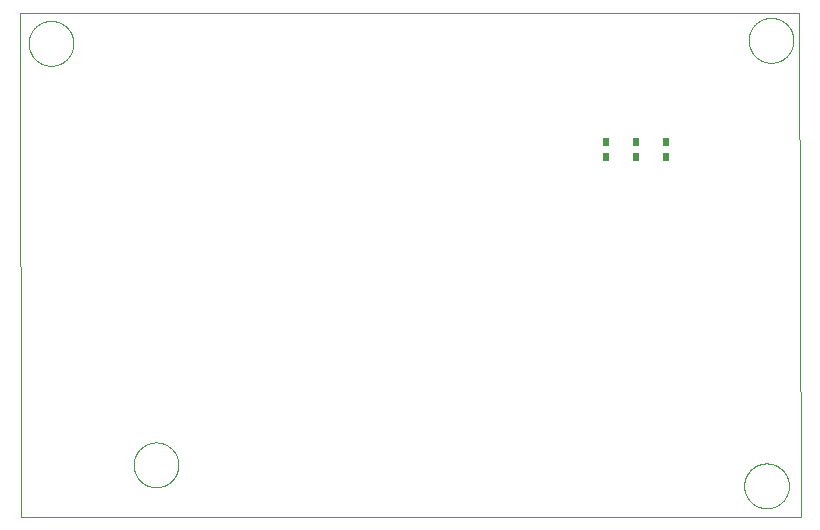
<source format=gtp>
G75*
%MOIN*%
%OFA0B0*%
%FSLAX25Y25*%
%IPPOS*%
%LPD*%
%AMOC8*
5,1,8,0,0,1.08239X$1,22.5*
%
%ADD10C,0.00000*%
%ADD11R,0.01969X0.02756*%
D10*
X0006300Y0005560D02*
X0005800Y0173761D01*
X0265721Y0173761D01*
X0266221Y0005560D01*
X0006300Y0005560D01*
X0043825Y0023060D02*
X0043827Y0023243D01*
X0043834Y0023427D01*
X0043845Y0023610D01*
X0043861Y0023793D01*
X0043881Y0023975D01*
X0043906Y0024157D01*
X0043935Y0024338D01*
X0043969Y0024518D01*
X0044007Y0024698D01*
X0044049Y0024876D01*
X0044096Y0025054D01*
X0044147Y0025230D01*
X0044202Y0025405D01*
X0044262Y0025578D01*
X0044326Y0025750D01*
X0044394Y0025921D01*
X0044466Y0026089D01*
X0044543Y0026256D01*
X0044623Y0026421D01*
X0044708Y0026584D01*
X0044796Y0026744D01*
X0044888Y0026903D01*
X0044985Y0027059D01*
X0045085Y0027213D01*
X0045189Y0027364D01*
X0045296Y0027513D01*
X0045407Y0027659D01*
X0045522Y0027802D01*
X0045640Y0027942D01*
X0045761Y0028080D01*
X0045886Y0028214D01*
X0046014Y0028346D01*
X0046146Y0028474D01*
X0046280Y0028599D01*
X0046418Y0028720D01*
X0046558Y0028838D01*
X0046701Y0028953D01*
X0046847Y0029064D01*
X0046996Y0029171D01*
X0047147Y0029275D01*
X0047301Y0029375D01*
X0047457Y0029472D01*
X0047616Y0029564D01*
X0047776Y0029652D01*
X0047939Y0029737D01*
X0048104Y0029817D01*
X0048271Y0029894D01*
X0048439Y0029966D01*
X0048610Y0030034D01*
X0048782Y0030098D01*
X0048955Y0030158D01*
X0049130Y0030213D01*
X0049306Y0030264D01*
X0049484Y0030311D01*
X0049662Y0030353D01*
X0049842Y0030391D01*
X0050022Y0030425D01*
X0050203Y0030454D01*
X0050385Y0030479D01*
X0050567Y0030499D01*
X0050750Y0030515D01*
X0050933Y0030526D01*
X0051117Y0030533D01*
X0051300Y0030535D01*
X0051483Y0030533D01*
X0051667Y0030526D01*
X0051850Y0030515D01*
X0052033Y0030499D01*
X0052215Y0030479D01*
X0052397Y0030454D01*
X0052578Y0030425D01*
X0052758Y0030391D01*
X0052938Y0030353D01*
X0053116Y0030311D01*
X0053294Y0030264D01*
X0053470Y0030213D01*
X0053645Y0030158D01*
X0053818Y0030098D01*
X0053990Y0030034D01*
X0054161Y0029966D01*
X0054329Y0029894D01*
X0054496Y0029817D01*
X0054661Y0029737D01*
X0054824Y0029652D01*
X0054984Y0029564D01*
X0055143Y0029472D01*
X0055299Y0029375D01*
X0055453Y0029275D01*
X0055604Y0029171D01*
X0055753Y0029064D01*
X0055899Y0028953D01*
X0056042Y0028838D01*
X0056182Y0028720D01*
X0056320Y0028599D01*
X0056454Y0028474D01*
X0056586Y0028346D01*
X0056714Y0028214D01*
X0056839Y0028080D01*
X0056960Y0027942D01*
X0057078Y0027802D01*
X0057193Y0027659D01*
X0057304Y0027513D01*
X0057411Y0027364D01*
X0057515Y0027213D01*
X0057615Y0027059D01*
X0057712Y0026903D01*
X0057804Y0026744D01*
X0057892Y0026584D01*
X0057977Y0026421D01*
X0058057Y0026256D01*
X0058134Y0026089D01*
X0058206Y0025921D01*
X0058274Y0025750D01*
X0058338Y0025578D01*
X0058398Y0025405D01*
X0058453Y0025230D01*
X0058504Y0025054D01*
X0058551Y0024876D01*
X0058593Y0024698D01*
X0058631Y0024518D01*
X0058665Y0024338D01*
X0058694Y0024157D01*
X0058719Y0023975D01*
X0058739Y0023793D01*
X0058755Y0023610D01*
X0058766Y0023427D01*
X0058773Y0023243D01*
X0058775Y0023060D01*
X0058773Y0022877D01*
X0058766Y0022693D01*
X0058755Y0022510D01*
X0058739Y0022327D01*
X0058719Y0022145D01*
X0058694Y0021963D01*
X0058665Y0021782D01*
X0058631Y0021602D01*
X0058593Y0021422D01*
X0058551Y0021244D01*
X0058504Y0021066D01*
X0058453Y0020890D01*
X0058398Y0020715D01*
X0058338Y0020542D01*
X0058274Y0020370D01*
X0058206Y0020199D01*
X0058134Y0020031D01*
X0058057Y0019864D01*
X0057977Y0019699D01*
X0057892Y0019536D01*
X0057804Y0019376D01*
X0057712Y0019217D01*
X0057615Y0019061D01*
X0057515Y0018907D01*
X0057411Y0018756D01*
X0057304Y0018607D01*
X0057193Y0018461D01*
X0057078Y0018318D01*
X0056960Y0018178D01*
X0056839Y0018040D01*
X0056714Y0017906D01*
X0056586Y0017774D01*
X0056454Y0017646D01*
X0056320Y0017521D01*
X0056182Y0017400D01*
X0056042Y0017282D01*
X0055899Y0017167D01*
X0055753Y0017056D01*
X0055604Y0016949D01*
X0055453Y0016845D01*
X0055299Y0016745D01*
X0055143Y0016648D01*
X0054984Y0016556D01*
X0054824Y0016468D01*
X0054661Y0016383D01*
X0054496Y0016303D01*
X0054329Y0016226D01*
X0054161Y0016154D01*
X0053990Y0016086D01*
X0053818Y0016022D01*
X0053645Y0015962D01*
X0053470Y0015907D01*
X0053294Y0015856D01*
X0053116Y0015809D01*
X0052938Y0015767D01*
X0052758Y0015729D01*
X0052578Y0015695D01*
X0052397Y0015666D01*
X0052215Y0015641D01*
X0052033Y0015621D01*
X0051850Y0015605D01*
X0051667Y0015594D01*
X0051483Y0015587D01*
X0051300Y0015585D01*
X0051117Y0015587D01*
X0050933Y0015594D01*
X0050750Y0015605D01*
X0050567Y0015621D01*
X0050385Y0015641D01*
X0050203Y0015666D01*
X0050022Y0015695D01*
X0049842Y0015729D01*
X0049662Y0015767D01*
X0049484Y0015809D01*
X0049306Y0015856D01*
X0049130Y0015907D01*
X0048955Y0015962D01*
X0048782Y0016022D01*
X0048610Y0016086D01*
X0048439Y0016154D01*
X0048271Y0016226D01*
X0048104Y0016303D01*
X0047939Y0016383D01*
X0047776Y0016468D01*
X0047616Y0016556D01*
X0047457Y0016648D01*
X0047301Y0016745D01*
X0047147Y0016845D01*
X0046996Y0016949D01*
X0046847Y0017056D01*
X0046701Y0017167D01*
X0046558Y0017282D01*
X0046418Y0017400D01*
X0046280Y0017521D01*
X0046146Y0017646D01*
X0046014Y0017774D01*
X0045886Y0017906D01*
X0045761Y0018040D01*
X0045640Y0018178D01*
X0045522Y0018318D01*
X0045407Y0018461D01*
X0045296Y0018607D01*
X0045189Y0018756D01*
X0045085Y0018907D01*
X0044985Y0019061D01*
X0044888Y0019217D01*
X0044796Y0019376D01*
X0044708Y0019536D01*
X0044623Y0019699D01*
X0044543Y0019864D01*
X0044466Y0020031D01*
X0044394Y0020199D01*
X0044326Y0020370D01*
X0044262Y0020542D01*
X0044202Y0020715D01*
X0044147Y0020890D01*
X0044096Y0021066D01*
X0044049Y0021244D01*
X0044007Y0021422D01*
X0043969Y0021602D01*
X0043935Y0021782D01*
X0043906Y0021963D01*
X0043881Y0022145D01*
X0043861Y0022327D01*
X0043845Y0022510D01*
X0043834Y0022693D01*
X0043827Y0022877D01*
X0043825Y0023060D01*
X0247325Y0016060D02*
X0247327Y0016243D01*
X0247334Y0016427D01*
X0247345Y0016610D01*
X0247361Y0016793D01*
X0247381Y0016975D01*
X0247406Y0017157D01*
X0247435Y0017338D01*
X0247469Y0017518D01*
X0247507Y0017698D01*
X0247549Y0017876D01*
X0247596Y0018054D01*
X0247647Y0018230D01*
X0247702Y0018405D01*
X0247762Y0018578D01*
X0247826Y0018750D01*
X0247894Y0018921D01*
X0247966Y0019089D01*
X0248043Y0019256D01*
X0248123Y0019421D01*
X0248208Y0019584D01*
X0248296Y0019744D01*
X0248388Y0019903D01*
X0248485Y0020059D01*
X0248585Y0020213D01*
X0248689Y0020364D01*
X0248796Y0020513D01*
X0248907Y0020659D01*
X0249022Y0020802D01*
X0249140Y0020942D01*
X0249261Y0021080D01*
X0249386Y0021214D01*
X0249514Y0021346D01*
X0249646Y0021474D01*
X0249780Y0021599D01*
X0249918Y0021720D01*
X0250058Y0021838D01*
X0250201Y0021953D01*
X0250347Y0022064D01*
X0250496Y0022171D01*
X0250647Y0022275D01*
X0250801Y0022375D01*
X0250957Y0022472D01*
X0251116Y0022564D01*
X0251276Y0022652D01*
X0251439Y0022737D01*
X0251604Y0022817D01*
X0251771Y0022894D01*
X0251939Y0022966D01*
X0252110Y0023034D01*
X0252282Y0023098D01*
X0252455Y0023158D01*
X0252630Y0023213D01*
X0252806Y0023264D01*
X0252984Y0023311D01*
X0253162Y0023353D01*
X0253342Y0023391D01*
X0253522Y0023425D01*
X0253703Y0023454D01*
X0253885Y0023479D01*
X0254067Y0023499D01*
X0254250Y0023515D01*
X0254433Y0023526D01*
X0254617Y0023533D01*
X0254800Y0023535D01*
X0254983Y0023533D01*
X0255167Y0023526D01*
X0255350Y0023515D01*
X0255533Y0023499D01*
X0255715Y0023479D01*
X0255897Y0023454D01*
X0256078Y0023425D01*
X0256258Y0023391D01*
X0256438Y0023353D01*
X0256616Y0023311D01*
X0256794Y0023264D01*
X0256970Y0023213D01*
X0257145Y0023158D01*
X0257318Y0023098D01*
X0257490Y0023034D01*
X0257661Y0022966D01*
X0257829Y0022894D01*
X0257996Y0022817D01*
X0258161Y0022737D01*
X0258324Y0022652D01*
X0258484Y0022564D01*
X0258643Y0022472D01*
X0258799Y0022375D01*
X0258953Y0022275D01*
X0259104Y0022171D01*
X0259253Y0022064D01*
X0259399Y0021953D01*
X0259542Y0021838D01*
X0259682Y0021720D01*
X0259820Y0021599D01*
X0259954Y0021474D01*
X0260086Y0021346D01*
X0260214Y0021214D01*
X0260339Y0021080D01*
X0260460Y0020942D01*
X0260578Y0020802D01*
X0260693Y0020659D01*
X0260804Y0020513D01*
X0260911Y0020364D01*
X0261015Y0020213D01*
X0261115Y0020059D01*
X0261212Y0019903D01*
X0261304Y0019744D01*
X0261392Y0019584D01*
X0261477Y0019421D01*
X0261557Y0019256D01*
X0261634Y0019089D01*
X0261706Y0018921D01*
X0261774Y0018750D01*
X0261838Y0018578D01*
X0261898Y0018405D01*
X0261953Y0018230D01*
X0262004Y0018054D01*
X0262051Y0017876D01*
X0262093Y0017698D01*
X0262131Y0017518D01*
X0262165Y0017338D01*
X0262194Y0017157D01*
X0262219Y0016975D01*
X0262239Y0016793D01*
X0262255Y0016610D01*
X0262266Y0016427D01*
X0262273Y0016243D01*
X0262275Y0016060D01*
X0262273Y0015877D01*
X0262266Y0015693D01*
X0262255Y0015510D01*
X0262239Y0015327D01*
X0262219Y0015145D01*
X0262194Y0014963D01*
X0262165Y0014782D01*
X0262131Y0014602D01*
X0262093Y0014422D01*
X0262051Y0014244D01*
X0262004Y0014066D01*
X0261953Y0013890D01*
X0261898Y0013715D01*
X0261838Y0013542D01*
X0261774Y0013370D01*
X0261706Y0013199D01*
X0261634Y0013031D01*
X0261557Y0012864D01*
X0261477Y0012699D01*
X0261392Y0012536D01*
X0261304Y0012376D01*
X0261212Y0012217D01*
X0261115Y0012061D01*
X0261015Y0011907D01*
X0260911Y0011756D01*
X0260804Y0011607D01*
X0260693Y0011461D01*
X0260578Y0011318D01*
X0260460Y0011178D01*
X0260339Y0011040D01*
X0260214Y0010906D01*
X0260086Y0010774D01*
X0259954Y0010646D01*
X0259820Y0010521D01*
X0259682Y0010400D01*
X0259542Y0010282D01*
X0259399Y0010167D01*
X0259253Y0010056D01*
X0259104Y0009949D01*
X0258953Y0009845D01*
X0258799Y0009745D01*
X0258643Y0009648D01*
X0258484Y0009556D01*
X0258324Y0009468D01*
X0258161Y0009383D01*
X0257996Y0009303D01*
X0257829Y0009226D01*
X0257661Y0009154D01*
X0257490Y0009086D01*
X0257318Y0009022D01*
X0257145Y0008962D01*
X0256970Y0008907D01*
X0256794Y0008856D01*
X0256616Y0008809D01*
X0256438Y0008767D01*
X0256258Y0008729D01*
X0256078Y0008695D01*
X0255897Y0008666D01*
X0255715Y0008641D01*
X0255533Y0008621D01*
X0255350Y0008605D01*
X0255167Y0008594D01*
X0254983Y0008587D01*
X0254800Y0008585D01*
X0254617Y0008587D01*
X0254433Y0008594D01*
X0254250Y0008605D01*
X0254067Y0008621D01*
X0253885Y0008641D01*
X0253703Y0008666D01*
X0253522Y0008695D01*
X0253342Y0008729D01*
X0253162Y0008767D01*
X0252984Y0008809D01*
X0252806Y0008856D01*
X0252630Y0008907D01*
X0252455Y0008962D01*
X0252282Y0009022D01*
X0252110Y0009086D01*
X0251939Y0009154D01*
X0251771Y0009226D01*
X0251604Y0009303D01*
X0251439Y0009383D01*
X0251276Y0009468D01*
X0251116Y0009556D01*
X0250957Y0009648D01*
X0250801Y0009745D01*
X0250647Y0009845D01*
X0250496Y0009949D01*
X0250347Y0010056D01*
X0250201Y0010167D01*
X0250058Y0010282D01*
X0249918Y0010400D01*
X0249780Y0010521D01*
X0249646Y0010646D01*
X0249514Y0010774D01*
X0249386Y0010906D01*
X0249261Y0011040D01*
X0249140Y0011178D01*
X0249022Y0011318D01*
X0248907Y0011461D01*
X0248796Y0011607D01*
X0248689Y0011756D01*
X0248585Y0011907D01*
X0248485Y0012061D01*
X0248388Y0012217D01*
X0248296Y0012376D01*
X0248208Y0012536D01*
X0248123Y0012699D01*
X0248043Y0012864D01*
X0247966Y0013031D01*
X0247894Y0013199D01*
X0247826Y0013370D01*
X0247762Y0013542D01*
X0247702Y0013715D01*
X0247647Y0013890D01*
X0247596Y0014066D01*
X0247549Y0014244D01*
X0247507Y0014422D01*
X0247469Y0014602D01*
X0247435Y0014782D01*
X0247406Y0014963D01*
X0247381Y0015145D01*
X0247361Y0015327D01*
X0247345Y0015510D01*
X0247334Y0015693D01*
X0247327Y0015877D01*
X0247325Y0016060D01*
X0248825Y0164560D02*
X0248827Y0164743D01*
X0248834Y0164927D01*
X0248845Y0165110D01*
X0248861Y0165293D01*
X0248881Y0165475D01*
X0248906Y0165657D01*
X0248935Y0165838D01*
X0248969Y0166018D01*
X0249007Y0166198D01*
X0249049Y0166376D01*
X0249096Y0166554D01*
X0249147Y0166730D01*
X0249202Y0166905D01*
X0249262Y0167078D01*
X0249326Y0167250D01*
X0249394Y0167421D01*
X0249466Y0167589D01*
X0249543Y0167756D01*
X0249623Y0167921D01*
X0249708Y0168084D01*
X0249796Y0168244D01*
X0249888Y0168403D01*
X0249985Y0168559D01*
X0250085Y0168713D01*
X0250189Y0168864D01*
X0250296Y0169013D01*
X0250407Y0169159D01*
X0250522Y0169302D01*
X0250640Y0169442D01*
X0250761Y0169580D01*
X0250886Y0169714D01*
X0251014Y0169846D01*
X0251146Y0169974D01*
X0251280Y0170099D01*
X0251418Y0170220D01*
X0251558Y0170338D01*
X0251701Y0170453D01*
X0251847Y0170564D01*
X0251996Y0170671D01*
X0252147Y0170775D01*
X0252301Y0170875D01*
X0252457Y0170972D01*
X0252616Y0171064D01*
X0252776Y0171152D01*
X0252939Y0171237D01*
X0253104Y0171317D01*
X0253271Y0171394D01*
X0253439Y0171466D01*
X0253610Y0171534D01*
X0253782Y0171598D01*
X0253955Y0171658D01*
X0254130Y0171713D01*
X0254306Y0171764D01*
X0254484Y0171811D01*
X0254662Y0171853D01*
X0254842Y0171891D01*
X0255022Y0171925D01*
X0255203Y0171954D01*
X0255385Y0171979D01*
X0255567Y0171999D01*
X0255750Y0172015D01*
X0255933Y0172026D01*
X0256117Y0172033D01*
X0256300Y0172035D01*
X0256483Y0172033D01*
X0256667Y0172026D01*
X0256850Y0172015D01*
X0257033Y0171999D01*
X0257215Y0171979D01*
X0257397Y0171954D01*
X0257578Y0171925D01*
X0257758Y0171891D01*
X0257938Y0171853D01*
X0258116Y0171811D01*
X0258294Y0171764D01*
X0258470Y0171713D01*
X0258645Y0171658D01*
X0258818Y0171598D01*
X0258990Y0171534D01*
X0259161Y0171466D01*
X0259329Y0171394D01*
X0259496Y0171317D01*
X0259661Y0171237D01*
X0259824Y0171152D01*
X0259984Y0171064D01*
X0260143Y0170972D01*
X0260299Y0170875D01*
X0260453Y0170775D01*
X0260604Y0170671D01*
X0260753Y0170564D01*
X0260899Y0170453D01*
X0261042Y0170338D01*
X0261182Y0170220D01*
X0261320Y0170099D01*
X0261454Y0169974D01*
X0261586Y0169846D01*
X0261714Y0169714D01*
X0261839Y0169580D01*
X0261960Y0169442D01*
X0262078Y0169302D01*
X0262193Y0169159D01*
X0262304Y0169013D01*
X0262411Y0168864D01*
X0262515Y0168713D01*
X0262615Y0168559D01*
X0262712Y0168403D01*
X0262804Y0168244D01*
X0262892Y0168084D01*
X0262977Y0167921D01*
X0263057Y0167756D01*
X0263134Y0167589D01*
X0263206Y0167421D01*
X0263274Y0167250D01*
X0263338Y0167078D01*
X0263398Y0166905D01*
X0263453Y0166730D01*
X0263504Y0166554D01*
X0263551Y0166376D01*
X0263593Y0166198D01*
X0263631Y0166018D01*
X0263665Y0165838D01*
X0263694Y0165657D01*
X0263719Y0165475D01*
X0263739Y0165293D01*
X0263755Y0165110D01*
X0263766Y0164927D01*
X0263773Y0164743D01*
X0263775Y0164560D01*
X0263773Y0164377D01*
X0263766Y0164193D01*
X0263755Y0164010D01*
X0263739Y0163827D01*
X0263719Y0163645D01*
X0263694Y0163463D01*
X0263665Y0163282D01*
X0263631Y0163102D01*
X0263593Y0162922D01*
X0263551Y0162744D01*
X0263504Y0162566D01*
X0263453Y0162390D01*
X0263398Y0162215D01*
X0263338Y0162042D01*
X0263274Y0161870D01*
X0263206Y0161699D01*
X0263134Y0161531D01*
X0263057Y0161364D01*
X0262977Y0161199D01*
X0262892Y0161036D01*
X0262804Y0160876D01*
X0262712Y0160717D01*
X0262615Y0160561D01*
X0262515Y0160407D01*
X0262411Y0160256D01*
X0262304Y0160107D01*
X0262193Y0159961D01*
X0262078Y0159818D01*
X0261960Y0159678D01*
X0261839Y0159540D01*
X0261714Y0159406D01*
X0261586Y0159274D01*
X0261454Y0159146D01*
X0261320Y0159021D01*
X0261182Y0158900D01*
X0261042Y0158782D01*
X0260899Y0158667D01*
X0260753Y0158556D01*
X0260604Y0158449D01*
X0260453Y0158345D01*
X0260299Y0158245D01*
X0260143Y0158148D01*
X0259984Y0158056D01*
X0259824Y0157968D01*
X0259661Y0157883D01*
X0259496Y0157803D01*
X0259329Y0157726D01*
X0259161Y0157654D01*
X0258990Y0157586D01*
X0258818Y0157522D01*
X0258645Y0157462D01*
X0258470Y0157407D01*
X0258294Y0157356D01*
X0258116Y0157309D01*
X0257938Y0157267D01*
X0257758Y0157229D01*
X0257578Y0157195D01*
X0257397Y0157166D01*
X0257215Y0157141D01*
X0257033Y0157121D01*
X0256850Y0157105D01*
X0256667Y0157094D01*
X0256483Y0157087D01*
X0256300Y0157085D01*
X0256117Y0157087D01*
X0255933Y0157094D01*
X0255750Y0157105D01*
X0255567Y0157121D01*
X0255385Y0157141D01*
X0255203Y0157166D01*
X0255022Y0157195D01*
X0254842Y0157229D01*
X0254662Y0157267D01*
X0254484Y0157309D01*
X0254306Y0157356D01*
X0254130Y0157407D01*
X0253955Y0157462D01*
X0253782Y0157522D01*
X0253610Y0157586D01*
X0253439Y0157654D01*
X0253271Y0157726D01*
X0253104Y0157803D01*
X0252939Y0157883D01*
X0252776Y0157968D01*
X0252616Y0158056D01*
X0252457Y0158148D01*
X0252301Y0158245D01*
X0252147Y0158345D01*
X0251996Y0158449D01*
X0251847Y0158556D01*
X0251701Y0158667D01*
X0251558Y0158782D01*
X0251418Y0158900D01*
X0251280Y0159021D01*
X0251146Y0159146D01*
X0251014Y0159274D01*
X0250886Y0159406D01*
X0250761Y0159540D01*
X0250640Y0159678D01*
X0250522Y0159818D01*
X0250407Y0159961D01*
X0250296Y0160107D01*
X0250189Y0160256D01*
X0250085Y0160407D01*
X0249985Y0160561D01*
X0249888Y0160717D01*
X0249796Y0160876D01*
X0249708Y0161036D01*
X0249623Y0161199D01*
X0249543Y0161364D01*
X0249466Y0161531D01*
X0249394Y0161699D01*
X0249326Y0161870D01*
X0249262Y0162042D01*
X0249202Y0162215D01*
X0249147Y0162390D01*
X0249096Y0162566D01*
X0249049Y0162744D01*
X0249007Y0162922D01*
X0248969Y0163102D01*
X0248935Y0163282D01*
X0248906Y0163463D01*
X0248881Y0163645D01*
X0248861Y0163827D01*
X0248845Y0164010D01*
X0248834Y0164193D01*
X0248827Y0164377D01*
X0248825Y0164560D01*
X0008825Y0163560D02*
X0008827Y0163743D01*
X0008834Y0163927D01*
X0008845Y0164110D01*
X0008861Y0164293D01*
X0008881Y0164475D01*
X0008906Y0164657D01*
X0008935Y0164838D01*
X0008969Y0165018D01*
X0009007Y0165198D01*
X0009049Y0165376D01*
X0009096Y0165554D01*
X0009147Y0165730D01*
X0009202Y0165905D01*
X0009262Y0166078D01*
X0009326Y0166250D01*
X0009394Y0166421D01*
X0009466Y0166589D01*
X0009543Y0166756D01*
X0009623Y0166921D01*
X0009708Y0167084D01*
X0009796Y0167244D01*
X0009888Y0167403D01*
X0009985Y0167559D01*
X0010085Y0167713D01*
X0010189Y0167864D01*
X0010296Y0168013D01*
X0010407Y0168159D01*
X0010522Y0168302D01*
X0010640Y0168442D01*
X0010761Y0168580D01*
X0010886Y0168714D01*
X0011014Y0168846D01*
X0011146Y0168974D01*
X0011280Y0169099D01*
X0011418Y0169220D01*
X0011558Y0169338D01*
X0011701Y0169453D01*
X0011847Y0169564D01*
X0011996Y0169671D01*
X0012147Y0169775D01*
X0012301Y0169875D01*
X0012457Y0169972D01*
X0012616Y0170064D01*
X0012776Y0170152D01*
X0012939Y0170237D01*
X0013104Y0170317D01*
X0013271Y0170394D01*
X0013439Y0170466D01*
X0013610Y0170534D01*
X0013782Y0170598D01*
X0013955Y0170658D01*
X0014130Y0170713D01*
X0014306Y0170764D01*
X0014484Y0170811D01*
X0014662Y0170853D01*
X0014842Y0170891D01*
X0015022Y0170925D01*
X0015203Y0170954D01*
X0015385Y0170979D01*
X0015567Y0170999D01*
X0015750Y0171015D01*
X0015933Y0171026D01*
X0016117Y0171033D01*
X0016300Y0171035D01*
X0016483Y0171033D01*
X0016667Y0171026D01*
X0016850Y0171015D01*
X0017033Y0170999D01*
X0017215Y0170979D01*
X0017397Y0170954D01*
X0017578Y0170925D01*
X0017758Y0170891D01*
X0017938Y0170853D01*
X0018116Y0170811D01*
X0018294Y0170764D01*
X0018470Y0170713D01*
X0018645Y0170658D01*
X0018818Y0170598D01*
X0018990Y0170534D01*
X0019161Y0170466D01*
X0019329Y0170394D01*
X0019496Y0170317D01*
X0019661Y0170237D01*
X0019824Y0170152D01*
X0019984Y0170064D01*
X0020143Y0169972D01*
X0020299Y0169875D01*
X0020453Y0169775D01*
X0020604Y0169671D01*
X0020753Y0169564D01*
X0020899Y0169453D01*
X0021042Y0169338D01*
X0021182Y0169220D01*
X0021320Y0169099D01*
X0021454Y0168974D01*
X0021586Y0168846D01*
X0021714Y0168714D01*
X0021839Y0168580D01*
X0021960Y0168442D01*
X0022078Y0168302D01*
X0022193Y0168159D01*
X0022304Y0168013D01*
X0022411Y0167864D01*
X0022515Y0167713D01*
X0022615Y0167559D01*
X0022712Y0167403D01*
X0022804Y0167244D01*
X0022892Y0167084D01*
X0022977Y0166921D01*
X0023057Y0166756D01*
X0023134Y0166589D01*
X0023206Y0166421D01*
X0023274Y0166250D01*
X0023338Y0166078D01*
X0023398Y0165905D01*
X0023453Y0165730D01*
X0023504Y0165554D01*
X0023551Y0165376D01*
X0023593Y0165198D01*
X0023631Y0165018D01*
X0023665Y0164838D01*
X0023694Y0164657D01*
X0023719Y0164475D01*
X0023739Y0164293D01*
X0023755Y0164110D01*
X0023766Y0163927D01*
X0023773Y0163743D01*
X0023775Y0163560D01*
X0023773Y0163377D01*
X0023766Y0163193D01*
X0023755Y0163010D01*
X0023739Y0162827D01*
X0023719Y0162645D01*
X0023694Y0162463D01*
X0023665Y0162282D01*
X0023631Y0162102D01*
X0023593Y0161922D01*
X0023551Y0161744D01*
X0023504Y0161566D01*
X0023453Y0161390D01*
X0023398Y0161215D01*
X0023338Y0161042D01*
X0023274Y0160870D01*
X0023206Y0160699D01*
X0023134Y0160531D01*
X0023057Y0160364D01*
X0022977Y0160199D01*
X0022892Y0160036D01*
X0022804Y0159876D01*
X0022712Y0159717D01*
X0022615Y0159561D01*
X0022515Y0159407D01*
X0022411Y0159256D01*
X0022304Y0159107D01*
X0022193Y0158961D01*
X0022078Y0158818D01*
X0021960Y0158678D01*
X0021839Y0158540D01*
X0021714Y0158406D01*
X0021586Y0158274D01*
X0021454Y0158146D01*
X0021320Y0158021D01*
X0021182Y0157900D01*
X0021042Y0157782D01*
X0020899Y0157667D01*
X0020753Y0157556D01*
X0020604Y0157449D01*
X0020453Y0157345D01*
X0020299Y0157245D01*
X0020143Y0157148D01*
X0019984Y0157056D01*
X0019824Y0156968D01*
X0019661Y0156883D01*
X0019496Y0156803D01*
X0019329Y0156726D01*
X0019161Y0156654D01*
X0018990Y0156586D01*
X0018818Y0156522D01*
X0018645Y0156462D01*
X0018470Y0156407D01*
X0018294Y0156356D01*
X0018116Y0156309D01*
X0017938Y0156267D01*
X0017758Y0156229D01*
X0017578Y0156195D01*
X0017397Y0156166D01*
X0017215Y0156141D01*
X0017033Y0156121D01*
X0016850Y0156105D01*
X0016667Y0156094D01*
X0016483Y0156087D01*
X0016300Y0156085D01*
X0016117Y0156087D01*
X0015933Y0156094D01*
X0015750Y0156105D01*
X0015567Y0156121D01*
X0015385Y0156141D01*
X0015203Y0156166D01*
X0015022Y0156195D01*
X0014842Y0156229D01*
X0014662Y0156267D01*
X0014484Y0156309D01*
X0014306Y0156356D01*
X0014130Y0156407D01*
X0013955Y0156462D01*
X0013782Y0156522D01*
X0013610Y0156586D01*
X0013439Y0156654D01*
X0013271Y0156726D01*
X0013104Y0156803D01*
X0012939Y0156883D01*
X0012776Y0156968D01*
X0012616Y0157056D01*
X0012457Y0157148D01*
X0012301Y0157245D01*
X0012147Y0157345D01*
X0011996Y0157449D01*
X0011847Y0157556D01*
X0011701Y0157667D01*
X0011558Y0157782D01*
X0011418Y0157900D01*
X0011280Y0158021D01*
X0011146Y0158146D01*
X0011014Y0158274D01*
X0010886Y0158406D01*
X0010761Y0158540D01*
X0010640Y0158678D01*
X0010522Y0158818D01*
X0010407Y0158961D01*
X0010296Y0159107D01*
X0010189Y0159256D01*
X0010085Y0159407D01*
X0009985Y0159561D01*
X0009888Y0159717D01*
X0009796Y0159876D01*
X0009708Y0160036D01*
X0009623Y0160199D01*
X0009543Y0160364D01*
X0009466Y0160531D01*
X0009394Y0160699D01*
X0009326Y0160870D01*
X0009262Y0161042D01*
X0009202Y0161215D01*
X0009147Y0161390D01*
X0009096Y0161566D01*
X0009049Y0161744D01*
X0009007Y0161922D01*
X0008969Y0162102D01*
X0008935Y0162282D01*
X0008906Y0162463D01*
X0008881Y0162645D01*
X0008861Y0162827D01*
X0008845Y0163010D01*
X0008834Y0163193D01*
X0008827Y0163377D01*
X0008825Y0163560D01*
D11*
X0201300Y0130816D03*
X0201300Y0125698D03*
X0211300Y0125698D03*
X0211300Y0130816D03*
X0221300Y0130816D03*
X0221300Y0125698D03*
M02*

</source>
